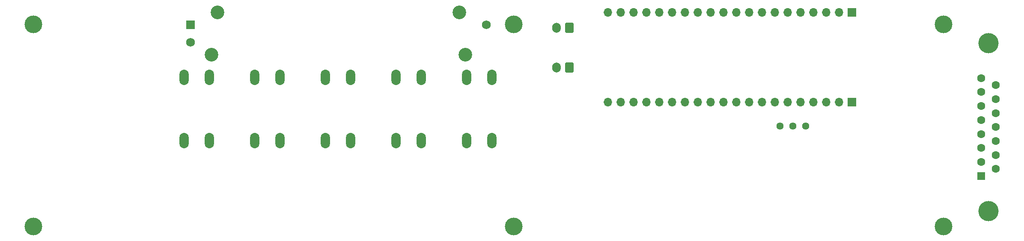
<source format=gbr>
%TF.GenerationSoftware,KiCad,Pcbnew,(5.99.0-7597-g9f5b12c7f7)*%
%TF.CreationDate,2021-12-15T12:43:45+01:00*%
%TF.ProjectId,controller,636f6e74-726f-46c6-9c65-722e6b696361,rev?*%
%TF.SameCoordinates,Original*%
%TF.FileFunction,Soldermask,Bot*%
%TF.FilePolarity,Negative*%
%FSLAX46Y46*%
G04 Gerber Fmt 4.6, Leading zero omitted, Abs format (unit mm)*
G04 Created by KiCad (PCBNEW (5.99.0-7597-g9f5b12c7f7)) date 2021-12-15 12:43:45*
%MOMM*%
%LPD*%
G01*
G04 APERTURE LIST*
G04 Aperture macros list*
%AMRoundRect*
0 Rectangle with rounded corners*
0 $1 Rounding radius*
0 $2 $3 $4 $5 $6 $7 $8 $9 X,Y pos of 4 corners*
0 Add a 4 corners polygon primitive as box body*
4,1,4,$2,$3,$4,$5,$6,$7,$8,$9,$2,$3,0*
0 Add four circle primitives for the rounded corners*
1,1,$1+$1,$2,$3,0*
1,1,$1+$1,$4,$5,0*
1,1,$1+$1,$6,$7,0*
1,1,$1+$1,$8,$9,0*
0 Add four rect primitives between the rounded corners*
20,1,$1+$1,$2,$3,$4,$5,0*
20,1,$1+$1,$4,$5,$6,$7,0*
20,1,$1+$1,$6,$7,$8,$9,0*
20,1,$1+$1,$8,$9,$2,$3,0*%
G04 Aperture macros list end*
%ADD10O,1.850000X3.048000*%
%ADD11C,4.000000*%
%ADD12R,1.600000X1.600000*%
%ADD13C,1.600000*%
%ADD14RoundRect,0.250000X0.600000X0.750000X-0.600000X0.750000X-0.600000X-0.750000X0.600000X-0.750000X0*%
%ADD15O,1.700000X2.000000*%
%ADD16C,3.500000*%
%ADD17C,1.440000*%
%ADD18R,1.700000X1.700000*%
%ADD19O,1.700000X1.700000*%
%ADD20R,1.750000X1.750000*%
%ADD21C,1.750000*%
%ADD22C,2.700000*%
G04 APERTURE END LIST*
D10*
%TO.C,SW2*%
X83820000Y-95450000D03*
X83820000Y-107950000D03*
X88820000Y-107950000D03*
X88820000Y-95450000D03*
%TD*%
%TO.C,SW1*%
X69850000Y-95450000D03*
X69850000Y-107950000D03*
X74850000Y-95450000D03*
X74850000Y-107950000D03*
%TD*%
%TO.C,SW3*%
X97790000Y-107950000D03*
X97790000Y-95450000D03*
X102790000Y-107950000D03*
X102790000Y-95450000D03*
%TD*%
D11*
%TO.C,J20*%
X228920000Y-121955000D03*
X228920000Y-88655000D03*
D12*
X227500000Y-115000000D03*
D13*
X227500000Y-112230000D03*
X227500000Y-109460000D03*
X227500000Y-106690000D03*
X227500000Y-103920000D03*
X227500000Y-101150000D03*
X227500000Y-98380000D03*
X227500000Y-95610000D03*
X230340000Y-113615000D03*
X230340000Y-110845000D03*
X230340000Y-108075000D03*
X230340000Y-105305000D03*
X230340000Y-102535000D03*
X230340000Y-99765000D03*
X230340000Y-96995000D03*
%TD*%
D10*
%TO.C,SW5*%
X125730000Y-107950000D03*
X125730000Y-95450000D03*
X130730000Y-107950000D03*
X130730000Y-95450000D03*
%TD*%
D14*
%TO.C,J23*%
X146000000Y-93500000D03*
D15*
X143500000Y-93500000D03*
%TD*%
D16*
%TO.C,H4*%
X40000000Y-85000000D03*
%TD*%
D17*
%TO.C,RV2*%
X192800000Y-105100000D03*
X190260000Y-105100000D03*
X187720000Y-105100000D03*
%TD*%
D16*
%TO.C,H6*%
X220000000Y-125000000D03*
%TD*%
%TO.C,H5*%
X220000000Y-85000000D03*
%TD*%
%TO.C,H3*%
X40000000Y-125000000D03*
%TD*%
D18*
%TO.C,J22*%
X201930000Y-100330000D03*
D19*
X199390000Y-100330000D03*
X196850000Y-100330000D03*
X194310000Y-100330000D03*
X191770000Y-100330000D03*
X189230000Y-100330000D03*
X186690000Y-100330000D03*
X184150000Y-100330000D03*
X181610000Y-100330000D03*
X179070000Y-100330000D03*
X176530000Y-100330000D03*
X173990000Y-100330000D03*
X171450000Y-100330000D03*
X168910000Y-100330000D03*
X166370000Y-100330000D03*
X163830000Y-100330000D03*
X161290000Y-100330000D03*
X158750000Y-100330000D03*
X156210000Y-100330000D03*
X153670000Y-100330000D03*
%TD*%
D10*
%TO.C,SW4*%
X111760000Y-107950000D03*
X111760000Y-95450000D03*
X116760000Y-107950000D03*
X116760000Y-95450000D03*
%TD*%
D18*
%TO.C,J21*%
X201930000Y-82550000D03*
D19*
X199390000Y-82550000D03*
X196850000Y-82550000D03*
X194310000Y-82550000D03*
X191770000Y-82550000D03*
X189230000Y-82550000D03*
X186690000Y-82550000D03*
X184150000Y-82550000D03*
X181610000Y-82550000D03*
X179070000Y-82550000D03*
X176530000Y-82550000D03*
X173990000Y-82550000D03*
X171450000Y-82550000D03*
X168910000Y-82550000D03*
X166370000Y-82550000D03*
X163830000Y-82550000D03*
X161290000Y-82550000D03*
X158750000Y-82550000D03*
X156210000Y-82550000D03*
X153670000Y-82550000D03*
%TD*%
D14*
%TO.C,J24*%
X146000000Y-85600000D03*
D15*
X143500000Y-85600000D03*
%TD*%
D20*
%TO.C,RV1*%
X71120000Y-85025000D03*
D21*
X71120000Y-88525000D03*
X129620000Y-85025000D03*
D22*
X125470000Y-90975000D03*
X124270000Y-82575000D03*
X75270000Y-90975000D03*
X76470000Y-82575000D03*
%TD*%
D16*
%TO.C,H1*%
X135000000Y-85000000D03*
%TD*%
%TO.C,H2*%
X135000000Y-125000000D03*
%TD*%
M02*

</source>
